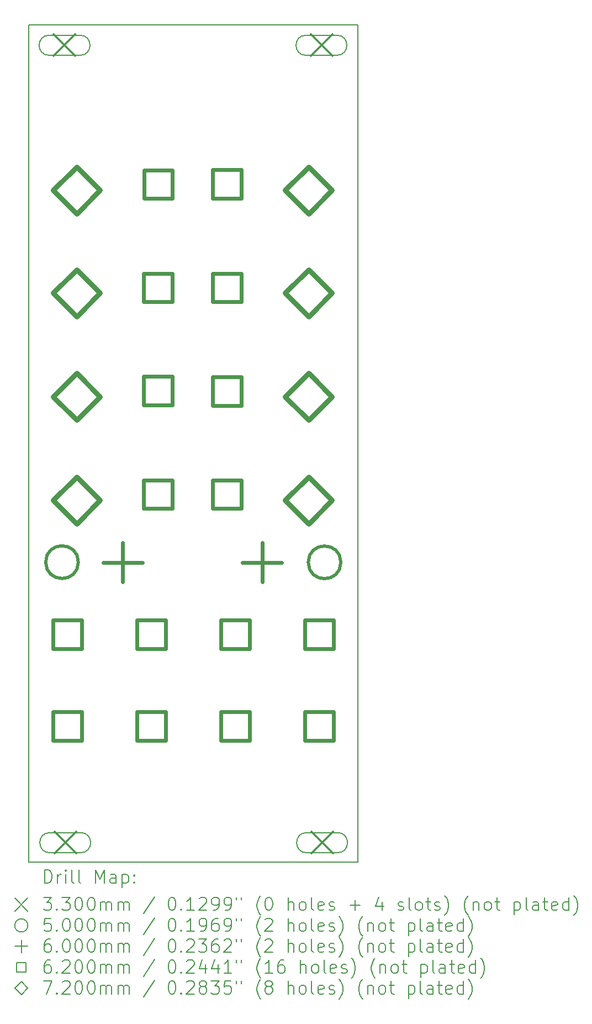
<source format=gbr>
%FSLAX45Y45*%
G04 Gerber Fmt 4.5, Leading zero omitted, Abs format (unit mm)*
G04 Created by KiCad (PCBNEW (6.0.0-0)) date 2022-09-18 02:58:43*
%MOMM*%
%LPD*%
G01*
G04 APERTURE LIST*
%TA.AperFunction,Profile*%
%ADD10C,0.200000*%
%TD*%
%ADD11C,0.200000*%
%ADD12C,0.330000*%
%ADD13C,0.500000*%
%ADD14C,0.600000*%
%ADD15C,0.620000*%
%ADD16C,0.720000*%
G04 APERTURE END LIST*
D10*
X13995400Y-25016000D02*
X19045400Y-25016000D01*
X19045400Y-25016000D02*
X19045400Y-37846000D01*
X19045400Y-37846000D02*
X13995400Y-37846000D01*
X13995400Y-37846000D02*
X13995400Y-25016000D01*
D11*
D12*
X14384280Y-25166000D02*
X14714280Y-25496000D01*
X14714280Y-25166000D02*
X14384280Y-25496000D01*
D11*
X14314280Y-25486000D02*
X14784280Y-25486000D01*
X14314280Y-25176000D02*
X14784280Y-25176000D01*
X14784280Y-25486000D02*
G75*
G03*
X14784280Y-25176000I0J155000D01*
G01*
X14314280Y-25176000D02*
G75*
G03*
X14314280Y-25486000I0J-155000D01*
G01*
D12*
X14394280Y-37383140D02*
X14724280Y-37713140D01*
X14724280Y-37383140D02*
X14394280Y-37713140D01*
D11*
X14324280Y-37703140D02*
X14794280Y-37703140D01*
X14324280Y-37393140D02*
X14794280Y-37393140D01*
X14794280Y-37703140D02*
G75*
G03*
X14794280Y-37393140I0J155000D01*
G01*
X14324280Y-37393140D02*
G75*
G03*
X14324280Y-37703140I0J-155000D01*
G01*
D12*
X18321900Y-25166000D02*
X18651900Y-25496000D01*
X18651900Y-25166000D02*
X18321900Y-25496000D01*
D11*
X18251900Y-25486000D02*
X18721900Y-25486000D01*
X18251900Y-25176000D02*
X18721900Y-25176000D01*
X18721900Y-25486000D02*
G75*
G03*
X18721900Y-25176000I0J155000D01*
G01*
X18251900Y-25176000D02*
G75*
G03*
X18251900Y-25486000I0J-155000D01*
G01*
D12*
X18331900Y-37383140D02*
X18661900Y-37713140D01*
X18661900Y-37383140D02*
X18331900Y-37713140D01*
D11*
X18261900Y-37703140D02*
X18731900Y-37703140D01*
X18261900Y-37393140D02*
X18731900Y-37393140D01*
X18731900Y-37703140D02*
G75*
G03*
X18731900Y-37393140I0J155000D01*
G01*
X18261900Y-37393140D02*
G75*
G03*
X18261900Y-37703140I0J-155000D01*
G01*
D13*
X14760000Y-33250000D02*
G75*
G03*
X14760000Y-33250000I-250000J0D01*
G01*
X18785000Y-33253000D02*
G75*
G03*
X18785000Y-33253000I-250000J0D01*
G01*
D14*
X15440000Y-32953000D02*
X15440000Y-33553000D01*
X15140000Y-33253000D02*
X15740000Y-33253000D01*
X17580000Y-32953000D02*
X17580000Y-33553000D01*
X17280000Y-33253000D02*
X17880000Y-33253000D01*
D15*
X14811505Y-34577105D02*
X14811505Y-34138695D01*
X14373095Y-34138695D01*
X14373095Y-34577105D01*
X14811505Y-34577105D01*
X14811505Y-35984265D02*
X14811505Y-35545855D01*
X14373095Y-35545855D01*
X14373095Y-35984265D01*
X14811505Y-35984265D01*
X16096745Y-34577105D02*
X16096745Y-34138695D01*
X15658335Y-34138695D01*
X15658335Y-34577105D01*
X16096745Y-34577105D01*
X16099285Y-35984265D02*
X16099285Y-35545855D01*
X15660875Y-35545855D01*
X15660875Y-35984265D01*
X16099285Y-35984265D01*
X16200538Y-30845845D02*
X16200538Y-30407435D01*
X15762128Y-30407435D01*
X15762128Y-30845845D01*
X16200538Y-30845845D01*
X16200885Y-29263425D02*
X16200885Y-28825015D01*
X15762475Y-28825015D01*
X15762475Y-29263425D01*
X16200885Y-29263425D01*
X16200885Y-32430805D02*
X16200885Y-31992395D01*
X15762475Y-31992395D01*
X15762475Y-32430805D01*
X16200885Y-32430805D01*
X16203425Y-27681005D02*
X16203425Y-27242595D01*
X15765015Y-27242595D01*
X15765015Y-27681005D01*
X16203425Y-27681005D01*
X17257525Y-27678465D02*
X17257525Y-27240055D01*
X16819115Y-27240055D01*
X16819115Y-27678465D01*
X17257525Y-27678465D01*
X17257525Y-29263425D02*
X17257525Y-28825015D01*
X16819115Y-28825015D01*
X16819115Y-29263425D01*
X17257525Y-29263425D01*
X17257525Y-30848385D02*
X17257525Y-30409975D01*
X16819115Y-30409975D01*
X16819115Y-30848385D01*
X17257525Y-30848385D01*
X17257525Y-32430805D02*
X17257525Y-31992395D01*
X16819115Y-31992395D01*
X16819115Y-32430805D01*
X17257525Y-32430805D01*
X17384525Y-34577105D02*
X17384525Y-34138695D01*
X16946115Y-34138695D01*
X16946115Y-34577105D01*
X17384525Y-34577105D01*
X17384525Y-35984265D02*
X17384525Y-35545855D01*
X16946115Y-35545855D01*
X16946115Y-35984265D01*
X17384525Y-35984265D01*
X18669765Y-34577105D02*
X18669765Y-34138695D01*
X18231355Y-34138695D01*
X18231355Y-34577105D01*
X18669765Y-34577105D01*
X18669765Y-35984265D02*
X18669765Y-35545855D01*
X18231355Y-35545855D01*
X18231355Y-35984265D01*
X18669765Y-35984265D01*
D16*
X14732000Y-27911400D02*
X15092000Y-27551400D01*
X14732000Y-27191400D01*
X14372000Y-27551400D01*
X14732000Y-27911400D01*
X14732000Y-29486200D02*
X15092000Y-29126200D01*
X14732000Y-28766200D01*
X14372000Y-29126200D01*
X14732000Y-29486200D01*
X14732000Y-31073700D02*
X15092000Y-30713700D01*
X14732000Y-30353700D01*
X14372000Y-30713700D01*
X14732000Y-31073700D01*
X14732000Y-32661200D02*
X15092000Y-32301200D01*
X14732000Y-31941200D01*
X14372000Y-32301200D01*
X14732000Y-32661200D01*
X18288000Y-27910700D02*
X18648000Y-27550700D01*
X18288000Y-27190700D01*
X17928000Y-27550700D01*
X18288000Y-27910700D01*
X18288000Y-29485500D02*
X18648000Y-29125500D01*
X18288000Y-28765500D01*
X17928000Y-29125500D01*
X18288000Y-29485500D01*
X18288000Y-31073000D02*
X18648000Y-30713000D01*
X18288000Y-30353000D01*
X17928000Y-30713000D01*
X18288000Y-31073000D01*
X18288000Y-32660500D02*
X18648000Y-32300500D01*
X18288000Y-31940500D01*
X17928000Y-32300500D01*
X18288000Y-32660500D01*
D11*
X14243019Y-38166476D02*
X14243019Y-37966476D01*
X14290638Y-37966476D01*
X14319209Y-37976000D01*
X14338257Y-37995048D01*
X14347781Y-38014095D01*
X14357305Y-38052190D01*
X14357305Y-38080762D01*
X14347781Y-38118857D01*
X14338257Y-38137905D01*
X14319209Y-38156952D01*
X14290638Y-38166476D01*
X14243019Y-38166476D01*
X14443019Y-38166476D02*
X14443019Y-38033143D01*
X14443019Y-38071238D02*
X14452543Y-38052190D01*
X14462067Y-38042667D01*
X14481114Y-38033143D01*
X14500162Y-38033143D01*
X14566828Y-38166476D02*
X14566828Y-38033143D01*
X14566828Y-37966476D02*
X14557305Y-37976000D01*
X14566828Y-37985524D01*
X14576352Y-37976000D01*
X14566828Y-37966476D01*
X14566828Y-37985524D01*
X14690638Y-38166476D02*
X14671590Y-38156952D01*
X14662067Y-38137905D01*
X14662067Y-37966476D01*
X14795400Y-38166476D02*
X14776352Y-38156952D01*
X14766828Y-38137905D01*
X14766828Y-37966476D01*
X15023971Y-38166476D02*
X15023971Y-37966476D01*
X15090638Y-38109333D01*
X15157305Y-37966476D01*
X15157305Y-38166476D01*
X15338257Y-38166476D02*
X15338257Y-38061714D01*
X15328733Y-38042667D01*
X15309686Y-38033143D01*
X15271590Y-38033143D01*
X15252543Y-38042667D01*
X15338257Y-38156952D02*
X15319209Y-38166476D01*
X15271590Y-38166476D01*
X15252543Y-38156952D01*
X15243019Y-38137905D01*
X15243019Y-38118857D01*
X15252543Y-38099810D01*
X15271590Y-38090286D01*
X15319209Y-38090286D01*
X15338257Y-38080762D01*
X15433495Y-38033143D02*
X15433495Y-38233143D01*
X15433495Y-38042667D02*
X15452543Y-38033143D01*
X15490638Y-38033143D01*
X15509686Y-38042667D01*
X15519209Y-38052190D01*
X15528733Y-38071238D01*
X15528733Y-38128381D01*
X15519209Y-38147429D01*
X15509686Y-38156952D01*
X15490638Y-38166476D01*
X15452543Y-38166476D01*
X15433495Y-38156952D01*
X15614448Y-38147429D02*
X15623971Y-38156952D01*
X15614448Y-38166476D01*
X15604924Y-38156952D01*
X15614448Y-38147429D01*
X15614448Y-38166476D01*
X15614448Y-38042667D02*
X15623971Y-38052190D01*
X15614448Y-38061714D01*
X15604924Y-38052190D01*
X15614448Y-38042667D01*
X15614448Y-38061714D01*
X13785400Y-38396000D02*
X13985400Y-38596000D01*
X13985400Y-38396000D02*
X13785400Y-38596000D01*
X14223971Y-38386476D02*
X14347781Y-38386476D01*
X14281114Y-38462667D01*
X14309686Y-38462667D01*
X14328733Y-38472190D01*
X14338257Y-38481714D01*
X14347781Y-38500762D01*
X14347781Y-38548381D01*
X14338257Y-38567429D01*
X14328733Y-38576952D01*
X14309686Y-38586476D01*
X14252543Y-38586476D01*
X14233495Y-38576952D01*
X14223971Y-38567429D01*
X14433495Y-38567429D02*
X14443019Y-38576952D01*
X14433495Y-38586476D01*
X14423971Y-38576952D01*
X14433495Y-38567429D01*
X14433495Y-38586476D01*
X14509686Y-38386476D02*
X14633495Y-38386476D01*
X14566828Y-38462667D01*
X14595400Y-38462667D01*
X14614448Y-38472190D01*
X14623971Y-38481714D01*
X14633495Y-38500762D01*
X14633495Y-38548381D01*
X14623971Y-38567429D01*
X14614448Y-38576952D01*
X14595400Y-38586476D01*
X14538257Y-38586476D01*
X14519209Y-38576952D01*
X14509686Y-38567429D01*
X14757305Y-38386476D02*
X14776352Y-38386476D01*
X14795400Y-38396000D01*
X14804924Y-38405524D01*
X14814448Y-38424571D01*
X14823971Y-38462667D01*
X14823971Y-38510286D01*
X14814448Y-38548381D01*
X14804924Y-38567429D01*
X14795400Y-38576952D01*
X14776352Y-38586476D01*
X14757305Y-38586476D01*
X14738257Y-38576952D01*
X14728733Y-38567429D01*
X14719209Y-38548381D01*
X14709686Y-38510286D01*
X14709686Y-38462667D01*
X14719209Y-38424571D01*
X14728733Y-38405524D01*
X14738257Y-38396000D01*
X14757305Y-38386476D01*
X14947781Y-38386476D02*
X14966828Y-38386476D01*
X14985876Y-38396000D01*
X14995400Y-38405524D01*
X15004924Y-38424571D01*
X15014448Y-38462667D01*
X15014448Y-38510286D01*
X15004924Y-38548381D01*
X14995400Y-38567429D01*
X14985876Y-38576952D01*
X14966828Y-38586476D01*
X14947781Y-38586476D01*
X14928733Y-38576952D01*
X14919209Y-38567429D01*
X14909686Y-38548381D01*
X14900162Y-38510286D01*
X14900162Y-38462667D01*
X14909686Y-38424571D01*
X14919209Y-38405524D01*
X14928733Y-38396000D01*
X14947781Y-38386476D01*
X15100162Y-38586476D02*
X15100162Y-38453143D01*
X15100162Y-38472190D02*
X15109686Y-38462667D01*
X15128733Y-38453143D01*
X15157305Y-38453143D01*
X15176352Y-38462667D01*
X15185876Y-38481714D01*
X15185876Y-38586476D01*
X15185876Y-38481714D02*
X15195400Y-38462667D01*
X15214448Y-38453143D01*
X15243019Y-38453143D01*
X15262067Y-38462667D01*
X15271590Y-38481714D01*
X15271590Y-38586476D01*
X15366828Y-38586476D02*
X15366828Y-38453143D01*
X15366828Y-38472190D02*
X15376352Y-38462667D01*
X15395400Y-38453143D01*
X15423971Y-38453143D01*
X15443019Y-38462667D01*
X15452543Y-38481714D01*
X15452543Y-38586476D01*
X15452543Y-38481714D02*
X15462067Y-38462667D01*
X15481114Y-38453143D01*
X15509686Y-38453143D01*
X15528733Y-38462667D01*
X15538257Y-38481714D01*
X15538257Y-38586476D01*
X15928733Y-38376952D02*
X15757305Y-38634095D01*
X16185876Y-38386476D02*
X16204924Y-38386476D01*
X16223971Y-38396000D01*
X16233495Y-38405524D01*
X16243019Y-38424571D01*
X16252543Y-38462667D01*
X16252543Y-38510286D01*
X16243019Y-38548381D01*
X16233495Y-38567429D01*
X16223971Y-38576952D01*
X16204924Y-38586476D01*
X16185876Y-38586476D01*
X16166828Y-38576952D01*
X16157305Y-38567429D01*
X16147781Y-38548381D01*
X16138257Y-38510286D01*
X16138257Y-38462667D01*
X16147781Y-38424571D01*
X16157305Y-38405524D01*
X16166828Y-38396000D01*
X16185876Y-38386476D01*
X16338257Y-38567429D02*
X16347781Y-38576952D01*
X16338257Y-38586476D01*
X16328733Y-38576952D01*
X16338257Y-38567429D01*
X16338257Y-38586476D01*
X16538257Y-38586476D02*
X16423971Y-38586476D01*
X16481114Y-38586476D02*
X16481114Y-38386476D01*
X16462067Y-38415048D01*
X16443019Y-38434095D01*
X16423971Y-38443619D01*
X16614448Y-38405524D02*
X16623971Y-38396000D01*
X16643019Y-38386476D01*
X16690638Y-38386476D01*
X16709686Y-38396000D01*
X16719209Y-38405524D01*
X16728733Y-38424571D01*
X16728733Y-38443619D01*
X16719209Y-38472190D01*
X16604924Y-38586476D01*
X16728733Y-38586476D01*
X16823971Y-38586476D02*
X16862067Y-38586476D01*
X16881114Y-38576952D01*
X16890638Y-38567429D01*
X16909686Y-38538857D01*
X16919210Y-38500762D01*
X16919210Y-38424571D01*
X16909686Y-38405524D01*
X16900162Y-38396000D01*
X16881114Y-38386476D01*
X16843019Y-38386476D01*
X16823971Y-38396000D01*
X16814448Y-38405524D01*
X16804924Y-38424571D01*
X16804924Y-38472190D01*
X16814448Y-38491238D01*
X16823971Y-38500762D01*
X16843019Y-38510286D01*
X16881114Y-38510286D01*
X16900162Y-38500762D01*
X16909686Y-38491238D01*
X16919210Y-38472190D01*
X17014448Y-38586476D02*
X17052543Y-38586476D01*
X17071590Y-38576952D01*
X17081114Y-38567429D01*
X17100162Y-38538857D01*
X17109686Y-38500762D01*
X17109686Y-38424571D01*
X17100162Y-38405524D01*
X17090638Y-38396000D01*
X17071590Y-38386476D01*
X17033495Y-38386476D01*
X17014448Y-38396000D01*
X17004924Y-38405524D01*
X16995400Y-38424571D01*
X16995400Y-38472190D01*
X17004924Y-38491238D01*
X17014448Y-38500762D01*
X17033495Y-38510286D01*
X17071590Y-38510286D01*
X17090638Y-38500762D01*
X17100162Y-38491238D01*
X17109686Y-38472190D01*
X17185876Y-38386476D02*
X17185876Y-38424571D01*
X17262067Y-38386476D02*
X17262067Y-38424571D01*
X17557305Y-38662667D02*
X17547781Y-38653143D01*
X17528733Y-38624571D01*
X17519210Y-38605524D01*
X17509686Y-38576952D01*
X17500162Y-38529333D01*
X17500162Y-38491238D01*
X17509686Y-38443619D01*
X17519210Y-38415048D01*
X17528733Y-38396000D01*
X17547781Y-38367429D01*
X17557305Y-38357905D01*
X17671590Y-38386476D02*
X17690638Y-38386476D01*
X17709686Y-38396000D01*
X17719210Y-38405524D01*
X17728733Y-38424571D01*
X17738257Y-38462667D01*
X17738257Y-38510286D01*
X17728733Y-38548381D01*
X17719210Y-38567429D01*
X17709686Y-38576952D01*
X17690638Y-38586476D01*
X17671590Y-38586476D01*
X17652543Y-38576952D01*
X17643019Y-38567429D01*
X17633495Y-38548381D01*
X17623971Y-38510286D01*
X17623971Y-38462667D01*
X17633495Y-38424571D01*
X17643019Y-38405524D01*
X17652543Y-38396000D01*
X17671590Y-38386476D01*
X17976352Y-38586476D02*
X17976352Y-38386476D01*
X18062067Y-38586476D02*
X18062067Y-38481714D01*
X18052543Y-38462667D01*
X18033495Y-38453143D01*
X18004924Y-38453143D01*
X17985876Y-38462667D01*
X17976352Y-38472190D01*
X18185876Y-38586476D02*
X18166829Y-38576952D01*
X18157305Y-38567429D01*
X18147781Y-38548381D01*
X18147781Y-38491238D01*
X18157305Y-38472190D01*
X18166829Y-38462667D01*
X18185876Y-38453143D01*
X18214448Y-38453143D01*
X18233495Y-38462667D01*
X18243019Y-38472190D01*
X18252543Y-38491238D01*
X18252543Y-38548381D01*
X18243019Y-38567429D01*
X18233495Y-38576952D01*
X18214448Y-38586476D01*
X18185876Y-38586476D01*
X18366829Y-38586476D02*
X18347781Y-38576952D01*
X18338257Y-38557905D01*
X18338257Y-38386476D01*
X18519210Y-38576952D02*
X18500162Y-38586476D01*
X18462067Y-38586476D01*
X18443019Y-38576952D01*
X18433495Y-38557905D01*
X18433495Y-38481714D01*
X18443019Y-38462667D01*
X18462067Y-38453143D01*
X18500162Y-38453143D01*
X18519210Y-38462667D01*
X18528733Y-38481714D01*
X18528733Y-38500762D01*
X18433495Y-38519810D01*
X18604924Y-38576952D02*
X18623971Y-38586476D01*
X18662067Y-38586476D01*
X18681114Y-38576952D01*
X18690638Y-38557905D01*
X18690638Y-38548381D01*
X18681114Y-38529333D01*
X18662067Y-38519810D01*
X18633495Y-38519810D01*
X18614448Y-38510286D01*
X18604924Y-38491238D01*
X18604924Y-38481714D01*
X18614448Y-38462667D01*
X18633495Y-38453143D01*
X18662067Y-38453143D01*
X18681114Y-38462667D01*
X18928733Y-38510286D02*
X19081114Y-38510286D01*
X19004924Y-38586476D02*
X19004924Y-38434095D01*
X19414448Y-38453143D02*
X19414448Y-38586476D01*
X19366829Y-38376952D02*
X19319210Y-38519810D01*
X19443019Y-38519810D01*
X19662067Y-38576952D02*
X19681114Y-38586476D01*
X19719210Y-38586476D01*
X19738257Y-38576952D01*
X19747781Y-38557905D01*
X19747781Y-38548381D01*
X19738257Y-38529333D01*
X19719210Y-38519810D01*
X19690638Y-38519810D01*
X19671590Y-38510286D01*
X19662067Y-38491238D01*
X19662067Y-38481714D01*
X19671590Y-38462667D01*
X19690638Y-38453143D01*
X19719210Y-38453143D01*
X19738257Y-38462667D01*
X19862067Y-38586476D02*
X19843019Y-38576952D01*
X19833495Y-38557905D01*
X19833495Y-38386476D01*
X19966829Y-38586476D02*
X19947781Y-38576952D01*
X19938257Y-38567429D01*
X19928733Y-38548381D01*
X19928733Y-38491238D01*
X19938257Y-38472190D01*
X19947781Y-38462667D01*
X19966829Y-38453143D01*
X19995400Y-38453143D01*
X20014448Y-38462667D01*
X20023971Y-38472190D01*
X20033495Y-38491238D01*
X20033495Y-38548381D01*
X20023971Y-38567429D01*
X20014448Y-38576952D01*
X19995400Y-38586476D01*
X19966829Y-38586476D01*
X20090638Y-38453143D02*
X20166829Y-38453143D01*
X20119210Y-38386476D02*
X20119210Y-38557905D01*
X20128733Y-38576952D01*
X20147781Y-38586476D01*
X20166829Y-38586476D01*
X20223971Y-38576952D02*
X20243019Y-38586476D01*
X20281114Y-38586476D01*
X20300162Y-38576952D01*
X20309686Y-38557905D01*
X20309686Y-38548381D01*
X20300162Y-38529333D01*
X20281114Y-38519810D01*
X20252543Y-38519810D01*
X20233495Y-38510286D01*
X20223971Y-38491238D01*
X20223971Y-38481714D01*
X20233495Y-38462667D01*
X20252543Y-38453143D01*
X20281114Y-38453143D01*
X20300162Y-38462667D01*
X20376352Y-38662667D02*
X20385876Y-38653143D01*
X20404924Y-38624571D01*
X20414448Y-38605524D01*
X20423971Y-38576952D01*
X20433495Y-38529333D01*
X20433495Y-38491238D01*
X20423971Y-38443619D01*
X20414448Y-38415048D01*
X20404924Y-38396000D01*
X20385876Y-38367429D01*
X20376352Y-38357905D01*
X20738257Y-38662667D02*
X20728733Y-38653143D01*
X20709686Y-38624571D01*
X20700162Y-38605524D01*
X20690638Y-38576952D01*
X20681114Y-38529333D01*
X20681114Y-38491238D01*
X20690638Y-38443619D01*
X20700162Y-38415048D01*
X20709686Y-38396000D01*
X20728733Y-38367429D01*
X20738257Y-38357905D01*
X20814448Y-38453143D02*
X20814448Y-38586476D01*
X20814448Y-38472190D02*
X20823971Y-38462667D01*
X20843019Y-38453143D01*
X20871590Y-38453143D01*
X20890638Y-38462667D01*
X20900162Y-38481714D01*
X20900162Y-38586476D01*
X21023971Y-38586476D02*
X21004924Y-38576952D01*
X20995400Y-38567429D01*
X20985876Y-38548381D01*
X20985876Y-38491238D01*
X20995400Y-38472190D01*
X21004924Y-38462667D01*
X21023971Y-38453143D01*
X21052543Y-38453143D01*
X21071590Y-38462667D01*
X21081114Y-38472190D01*
X21090638Y-38491238D01*
X21090638Y-38548381D01*
X21081114Y-38567429D01*
X21071590Y-38576952D01*
X21052543Y-38586476D01*
X21023971Y-38586476D01*
X21147781Y-38453143D02*
X21223971Y-38453143D01*
X21176352Y-38386476D02*
X21176352Y-38557905D01*
X21185876Y-38576952D01*
X21204924Y-38586476D01*
X21223971Y-38586476D01*
X21443019Y-38453143D02*
X21443019Y-38653143D01*
X21443019Y-38462667D02*
X21462067Y-38453143D01*
X21500162Y-38453143D01*
X21519210Y-38462667D01*
X21528733Y-38472190D01*
X21538257Y-38491238D01*
X21538257Y-38548381D01*
X21528733Y-38567429D01*
X21519210Y-38576952D01*
X21500162Y-38586476D01*
X21462067Y-38586476D01*
X21443019Y-38576952D01*
X21652543Y-38586476D02*
X21633495Y-38576952D01*
X21623971Y-38557905D01*
X21623971Y-38386476D01*
X21814448Y-38586476D02*
X21814448Y-38481714D01*
X21804924Y-38462667D01*
X21785876Y-38453143D01*
X21747781Y-38453143D01*
X21728733Y-38462667D01*
X21814448Y-38576952D02*
X21795400Y-38586476D01*
X21747781Y-38586476D01*
X21728733Y-38576952D01*
X21719210Y-38557905D01*
X21719210Y-38538857D01*
X21728733Y-38519810D01*
X21747781Y-38510286D01*
X21795400Y-38510286D01*
X21814448Y-38500762D01*
X21881114Y-38453143D02*
X21957305Y-38453143D01*
X21909686Y-38386476D02*
X21909686Y-38557905D01*
X21919210Y-38576952D01*
X21938257Y-38586476D01*
X21957305Y-38586476D01*
X22100162Y-38576952D02*
X22081114Y-38586476D01*
X22043019Y-38586476D01*
X22023971Y-38576952D01*
X22014448Y-38557905D01*
X22014448Y-38481714D01*
X22023971Y-38462667D01*
X22043019Y-38453143D01*
X22081114Y-38453143D01*
X22100162Y-38462667D01*
X22109686Y-38481714D01*
X22109686Y-38500762D01*
X22014448Y-38519810D01*
X22281114Y-38586476D02*
X22281114Y-38386476D01*
X22281114Y-38576952D02*
X22262067Y-38586476D01*
X22223971Y-38586476D01*
X22204924Y-38576952D01*
X22195400Y-38567429D01*
X22185876Y-38548381D01*
X22185876Y-38491238D01*
X22195400Y-38472190D01*
X22204924Y-38462667D01*
X22223971Y-38453143D01*
X22262067Y-38453143D01*
X22281114Y-38462667D01*
X22357305Y-38662667D02*
X22366829Y-38653143D01*
X22385876Y-38624571D01*
X22395400Y-38605524D01*
X22404924Y-38576952D01*
X22414448Y-38529333D01*
X22414448Y-38491238D01*
X22404924Y-38443619D01*
X22395400Y-38415048D01*
X22385876Y-38396000D01*
X22366829Y-38367429D01*
X22357305Y-38357905D01*
X13985400Y-38816000D02*
G75*
G03*
X13985400Y-38816000I-100000J0D01*
G01*
X14338257Y-38706476D02*
X14243019Y-38706476D01*
X14233495Y-38801714D01*
X14243019Y-38792190D01*
X14262067Y-38782667D01*
X14309686Y-38782667D01*
X14328733Y-38792190D01*
X14338257Y-38801714D01*
X14347781Y-38820762D01*
X14347781Y-38868381D01*
X14338257Y-38887429D01*
X14328733Y-38896952D01*
X14309686Y-38906476D01*
X14262067Y-38906476D01*
X14243019Y-38896952D01*
X14233495Y-38887429D01*
X14433495Y-38887429D02*
X14443019Y-38896952D01*
X14433495Y-38906476D01*
X14423971Y-38896952D01*
X14433495Y-38887429D01*
X14433495Y-38906476D01*
X14566828Y-38706476D02*
X14585876Y-38706476D01*
X14604924Y-38716000D01*
X14614448Y-38725524D01*
X14623971Y-38744571D01*
X14633495Y-38782667D01*
X14633495Y-38830286D01*
X14623971Y-38868381D01*
X14614448Y-38887429D01*
X14604924Y-38896952D01*
X14585876Y-38906476D01*
X14566828Y-38906476D01*
X14547781Y-38896952D01*
X14538257Y-38887429D01*
X14528733Y-38868381D01*
X14519209Y-38830286D01*
X14519209Y-38782667D01*
X14528733Y-38744571D01*
X14538257Y-38725524D01*
X14547781Y-38716000D01*
X14566828Y-38706476D01*
X14757305Y-38706476D02*
X14776352Y-38706476D01*
X14795400Y-38716000D01*
X14804924Y-38725524D01*
X14814448Y-38744571D01*
X14823971Y-38782667D01*
X14823971Y-38830286D01*
X14814448Y-38868381D01*
X14804924Y-38887429D01*
X14795400Y-38896952D01*
X14776352Y-38906476D01*
X14757305Y-38906476D01*
X14738257Y-38896952D01*
X14728733Y-38887429D01*
X14719209Y-38868381D01*
X14709686Y-38830286D01*
X14709686Y-38782667D01*
X14719209Y-38744571D01*
X14728733Y-38725524D01*
X14738257Y-38716000D01*
X14757305Y-38706476D01*
X14947781Y-38706476D02*
X14966828Y-38706476D01*
X14985876Y-38716000D01*
X14995400Y-38725524D01*
X15004924Y-38744571D01*
X15014448Y-38782667D01*
X15014448Y-38830286D01*
X15004924Y-38868381D01*
X14995400Y-38887429D01*
X14985876Y-38896952D01*
X14966828Y-38906476D01*
X14947781Y-38906476D01*
X14928733Y-38896952D01*
X14919209Y-38887429D01*
X14909686Y-38868381D01*
X14900162Y-38830286D01*
X14900162Y-38782667D01*
X14909686Y-38744571D01*
X14919209Y-38725524D01*
X14928733Y-38716000D01*
X14947781Y-38706476D01*
X15100162Y-38906476D02*
X15100162Y-38773143D01*
X15100162Y-38792190D02*
X15109686Y-38782667D01*
X15128733Y-38773143D01*
X15157305Y-38773143D01*
X15176352Y-38782667D01*
X15185876Y-38801714D01*
X15185876Y-38906476D01*
X15185876Y-38801714D02*
X15195400Y-38782667D01*
X15214448Y-38773143D01*
X15243019Y-38773143D01*
X15262067Y-38782667D01*
X15271590Y-38801714D01*
X15271590Y-38906476D01*
X15366828Y-38906476D02*
X15366828Y-38773143D01*
X15366828Y-38792190D02*
X15376352Y-38782667D01*
X15395400Y-38773143D01*
X15423971Y-38773143D01*
X15443019Y-38782667D01*
X15452543Y-38801714D01*
X15452543Y-38906476D01*
X15452543Y-38801714D02*
X15462067Y-38782667D01*
X15481114Y-38773143D01*
X15509686Y-38773143D01*
X15528733Y-38782667D01*
X15538257Y-38801714D01*
X15538257Y-38906476D01*
X15928733Y-38696952D02*
X15757305Y-38954095D01*
X16185876Y-38706476D02*
X16204924Y-38706476D01*
X16223971Y-38716000D01*
X16233495Y-38725524D01*
X16243019Y-38744571D01*
X16252543Y-38782667D01*
X16252543Y-38830286D01*
X16243019Y-38868381D01*
X16233495Y-38887429D01*
X16223971Y-38896952D01*
X16204924Y-38906476D01*
X16185876Y-38906476D01*
X16166828Y-38896952D01*
X16157305Y-38887429D01*
X16147781Y-38868381D01*
X16138257Y-38830286D01*
X16138257Y-38782667D01*
X16147781Y-38744571D01*
X16157305Y-38725524D01*
X16166828Y-38716000D01*
X16185876Y-38706476D01*
X16338257Y-38887429D02*
X16347781Y-38896952D01*
X16338257Y-38906476D01*
X16328733Y-38896952D01*
X16338257Y-38887429D01*
X16338257Y-38906476D01*
X16538257Y-38906476D02*
X16423971Y-38906476D01*
X16481114Y-38906476D02*
X16481114Y-38706476D01*
X16462067Y-38735048D01*
X16443019Y-38754095D01*
X16423971Y-38763619D01*
X16633495Y-38906476D02*
X16671590Y-38906476D01*
X16690638Y-38896952D01*
X16700162Y-38887429D01*
X16719209Y-38858857D01*
X16728733Y-38820762D01*
X16728733Y-38744571D01*
X16719209Y-38725524D01*
X16709686Y-38716000D01*
X16690638Y-38706476D01*
X16652543Y-38706476D01*
X16633495Y-38716000D01*
X16623971Y-38725524D01*
X16614448Y-38744571D01*
X16614448Y-38792190D01*
X16623971Y-38811238D01*
X16633495Y-38820762D01*
X16652543Y-38830286D01*
X16690638Y-38830286D01*
X16709686Y-38820762D01*
X16719209Y-38811238D01*
X16728733Y-38792190D01*
X16900162Y-38706476D02*
X16862067Y-38706476D01*
X16843019Y-38716000D01*
X16833495Y-38725524D01*
X16814448Y-38754095D01*
X16804924Y-38792190D01*
X16804924Y-38868381D01*
X16814448Y-38887429D01*
X16823971Y-38896952D01*
X16843019Y-38906476D01*
X16881114Y-38906476D01*
X16900162Y-38896952D01*
X16909686Y-38887429D01*
X16919210Y-38868381D01*
X16919210Y-38820762D01*
X16909686Y-38801714D01*
X16900162Y-38792190D01*
X16881114Y-38782667D01*
X16843019Y-38782667D01*
X16823971Y-38792190D01*
X16814448Y-38801714D01*
X16804924Y-38820762D01*
X17014448Y-38906476D02*
X17052543Y-38906476D01*
X17071590Y-38896952D01*
X17081114Y-38887429D01*
X17100162Y-38858857D01*
X17109686Y-38820762D01*
X17109686Y-38744571D01*
X17100162Y-38725524D01*
X17090638Y-38716000D01*
X17071590Y-38706476D01*
X17033495Y-38706476D01*
X17014448Y-38716000D01*
X17004924Y-38725524D01*
X16995400Y-38744571D01*
X16995400Y-38792190D01*
X17004924Y-38811238D01*
X17014448Y-38820762D01*
X17033495Y-38830286D01*
X17071590Y-38830286D01*
X17090638Y-38820762D01*
X17100162Y-38811238D01*
X17109686Y-38792190D01*
X17185876Y-38706476D02*
X17185876Y-38744571D01*
X17262067Y-38706476D02*
X17262067Y-38744571D01*
X17557305Y-38982667D02*
X17547781Y-38973143D01*
X17528733Y-38944571D01*
X17519210Y-38925524D01*
X17509686Y-38896952D01*
X17500162Y-38849333D01*
X17500162Y-38811238D01*
X17509686Y-38763619D01*
X17519210Y-38735048D01*
X17528733Y-38716000D01*
X17547781Y-38687429D01*
X17557305Y-38677905D01*
X17623971Y-38725524D02*
X17633495Y-38716000D01*
X17652543Y-38706476D01*
X17700162Y-38706476D01*
X17719210Y-38716000D01*
X17728733Y-38725524D01*
X17738257Y-38744571D01*
X17738257Y-38763619D01*
X17728733Y-38792190D01*
X17614448Y-38906476D01*
X17738257Y-38906476D01*
X17976352Y-38906476D02*
X17976352Y-38706476D01*
X18062067Y-38906476D02*
X18062067Y-38801714D01*
X18052543Y-38782667D01*
X18033495Y-38773143D01*
X18004924Y-38773143D01*
X17985876Y-38782667D01*
X17976352Y-38792190D01*
X18185876Y-38906476D02*
X18166829Y-38896952D01*
X18157305Y-38887429D01*
X18147781Y-38868381D01*
X18147781Y-38811238D01*
X18157305Y-38792190D01*
X18166829Y-38782667D01*
X18185876Y-38773143D01*
X18214448Y-38773143D01*
X18233495Y-38782667D01*
X18243019Y-38792190D01*
X18252543Y-38811238D01*
X18252543Y-38868381D01*
X18243019Y-38887429D01*
X18233495Y-38896952D01*
X18214448Y-38906476D01*
X18185876Y-38906476D01*
X18366829Y-38906476D02*
X18347781Y-38896952D01*
X18338257Y-38877905D01*
X18338257Y-38706476D01*
X18519210Y-38896952D02*
X18500162Y-38906476D01*
X18462067Y-38906476D01*
X18443019Y-38896952D01*
X18433495Y-38877905D01*
X18433495Y-38801714D01*
X18443019Y-38782667D01*
X18462067Y-38773143D01*
X18500162Y-38773143D01*
X18519210Y-38782667D01*
X18528733Y-38801714D01*
X18528733Y-38820762D01*
X18433495Y-38839810D01*
X18604924Y-38896952D02*
X18623971Y-38906476D01*
X18662067Y-38906476D01*
X18681114Y-38896952D01*
X18690638Y-38877905D01*
X18690638Y-38868381D01*
X18681114Y-38849333D01*
X18662067Y-38839810D01*
X18633495Y-38839810D01*
X18614448Y-38830286D01*
X18604924Y-38811238D01*
X18604924Y-38801714D01*
X18614448Y-38782667D01*
X18633495Y-38773143D01*
X18662067Y-38773143D01*
X18681114Y-38782667D01*
X18757305Y-38982667D02*
X18766829Y-38973143D01*
X18785876Y-38944571D01*
X18795400Y-38925524D01*
X18804924Y-38896952D01*
X18814448Y-38849333D01*
X18814448Y-38811238D01*
X18804924Y-38763619D01*
X18795400Y-38735048D01*
X18785876Y-38716000D01*
X18766829Y-38687429D01*
X18757305Y-38677905D01*
X19119210Y-38982667D02*
X19109686Y-38973143D01*
X19090638Y-38944571D01*
X19081114Y-38925524D01*
X19071590Y-38896952D01*
X19062067Y-38849333D01*
X19062067Y-38811238D01*
X19071590Y-38763619D01*
X19081114Y-38735048D01*
X19090638Y-38716000D01*
X19109686Y-38687429D01*
X19119210Y-38677905D01*
X19195400Y-38773143D02*
X19195400Y-38906476D01*
X19195400Y-38792190D02*
X19204924Y-38782667D01*
X19223971Y-38773143D01*
X19252543Y-38773143D01*
X19271590Y-38782667D01*
X19281114Y-38801714D01*
X19281114Y-38906476D01*
X19404924Y-38906476D02*
X19385876Y-38896952D01*
X19376352Y-38887429D01*
X19366829Y-38868381D01*
X19366829Y-38811238D01*
X19376352Y-38792190D01*
X19385876Y-38782667D01*
X19404924Y-38773143D01*
X19433495Y-38773143D01*
X19452543Y-38782667D01*
X19462067Y-38792190D01*
X19471590Y-38811238D01*
X19471590Y-38868381D01*
X19462067Y-38887429D01*
X19452543Y-38896952D01*
X19433495Y-38906476D01*
X19404924Y-38906476D01*
X19528733Y-38773143D02*
X19604924Y-38773143D01*
X19557305Y-38706476D02*
X19557305Y-38877905D01*
X19566829Y-38896952D01*
X19585876Y-38906476D01*
X19604924Y-38906476D01*
X19823971Y-38773143D02*
X19823971Y-38973143D01*
X19823971Y-38782667D02*
X19843019Y-38773143D01*
X19881114Y-38773143D01*
X19900162Y-38782667D01*
X19909686Y-38792190D01*
X19919210Y-38811238D01*
X19919210Y-38868381D01*
X19909686Y-38887429D01*
X19900162Y-38896952D01*
X19881114Y-38906476D01*
X19843019Y-38906476D01*
X19823971Y-38896952D01*
X20033495Y-38906476D02*
X20014448Y-38896952D01*
X20004924Y-38877905D01*
X20004924Y-38706476D01*
X20195400Y-38906476D02*
X20195400Y-38801714D01*
X20185876Y-38782667D01*
X20166829Y-38773143D01*
X20128733Y-38773143D01*
X20109686Y-38782667D01*
X20195400Y-38896952D02*
X20176352Y-38906476D01*
X20128733Y-38906476D01*
X20109686Y-38896952D01*
X20100162Y-38877905D01*
X20100162Y-38858857D01*
X20109686Y-38839810D01*
X20128733Y-38830286D01*
X20176352Y-38830286D01*
X20195400Y-38820762D01*
X20262067Y-38773143D02*
X20338257Y-38773143D01*
X20290638Y-38706476D02*
X20290638Y-38877905D01*
X20300162Y-38896952D01*
X20319210Y-38906476D01*
X20338257Y-38906476D01*
X20481114Y-38896952D02*
X20462067Y-38906476D01*
X20423971Y-38906476D01*
X20404924Y-38896952D01*
X20395400Y-38877905D01*
X20395400Y-38801714D01*
X20404924Y-38782667D01*
X20423971Y-38773143D01*
X20462067Y-38773143D01*
X20481114Y-38782667D01*
X20490638Y-38801714D01*
X20490638Y-38820762D01*
X20395400Y-38839810D01*
X20662067Y-38906476D02*
X20662067Y-38706476D01*
X20662067Y-38896952D02*
X20643019Y-38906476D01*
X20604924Y-38906476D01*
X20585876Y-38896952D01*
X20576352Y-38887429D01*
X20566829Y-38868381D01*
X20566829Y-38811238D01*
X20576352Y-38792190D01*
X20585876Y-38782667D01*
X20604924Y-38773143D01*
X20643019Y-38773143D01*
X20662067Y-38782667D01*
X20738257Y-38982667D02*
X20747781Y-38973143D01*
X20766829Y-38944571D01*
X20776352Y-38925524D01*
X20785876Y-38896952D01*
X20795400Y-38849333D01*
X20795400Y-38811238D01*
X20785876Y-38763619D01*
X20776352Y-38735048D01*
X20766829Y-38716000D01*
X20747781Y-38687429D01*
X20738257Y-38677905D01*
X13885400Y-39036000D02*
X13885400Y-39236000D01*
X13785400Y-39136000D02*
X13985400Y-39136000D01*
X14328733Y-39026476D02*
X14290638Y-39026476D01*
X14271590Y-39036000D01*
X14262067Y-39045524D01*
X14243019Y-39074095D01*
X14233495Y-39112190D01*
X14233495Y-39188381D01*
X14243019Y-39207429D01*
X14252543Y-39216952D01*
X14271590Y-39226476D01*
X14309686Y-39226476D01*
X14328733Y-39216952D01*
X14338257Y-39207429D01*
X14347781Y-39188381D01*
X14347781Y-39140762D01*
X14338257Y-39121714D01*
X14328733Y-39112190D01*
X14309686Y-39102667D01*
X14271590Y-39102667D01*
X14252543Y-39112190D01*
X14243019Y-39121714D01*
X14233495Y-39140762D01*
X14433495Y-39207429D02*
X14443019Y-39216952D01*
X14433495Y-39226476D01*
X14423971Y-39216952D01*
X14433495Y-39207429D01*
X14433495Y-39226476D01*
X14566828Y-39026476D02*
X14585876Y-39026476D01*
X14604924Y-39036000D01*
X14614448Y-39045524D01*
X14623971Y-39064571D01*
X14633495Y-39102667D01*
X14633495Y-39150286D01*
X14623971Y-39188381D01*
X14614448Y-39207429D01*
X14604924Y-39216952D01*
X14585876Y-39226476D01*
X14566828Y-39226476D01*
X14547781Y-39216952D01*
X14538257Y-39207429D01*
X14528733Y-39188381D01*
X14519209Y-39150286D01*
X14519209Y-39102667D01*
X14528733Y-39064571D01*
X14538257Y-39045524D01*
X14547781Y-39036000D01*
X14566828Y-39026476D01*
X14757305Y-39026476D02*
X14776352Y-39026476D01*
X14795400Y-39036000D01*
X14804924Y-39045524D01*
X14814448Y-39064571D01*
X14823971Y-39102667D01*
X14823971Y-39150286D01*
X14814448Y-39188381D01*
X14804924Y-39207429D01*
X14795400Y-39216952D01*
X14776352Y-39226476D01*
X14757305Y-39226476D01*
X14738257Y-39216952D01*
X14728733Y-39207429D01*
X14719209Y-39188381D01*
X14709686Y-39150286D01*
X14709686Y-39102667D01*
X14719209Y-39064571D01*
X14728733Y-39045524D01*
X14738257Y-39036000D01*
X14757305Y-39026476D01*
X14947781Y-39026476D02*
X14966828Y-39026476D01*
X14985876Y-39036000D01*
X14995400Y-39045524D01*
X15004924Y-39064571D01*
X15014448Y-39102667D01*
X15014448Y-39150286D01*
X15004924Y-39188381D01*
X14995400Y-39207429D01*
X14985876Y-39216952D01*
X14966828Y-39226476D01*
X14947781Y-39226476D01*
X14928733Y-39216952D01*
X14919209Y-39207429D01*
X14909686Y-39188381D01*
X14900162Y-39150286D01*
X14900162Y-39102667D01*
X14909686Y-39064571D01*
X14919209Y-39045524D01*
X14928733Y-39036000D01*
X14947781Y-39026476D01*
X15100162Y-39226476D02*
X15100162Y-39093143D01*
X15100162Y-39112190D02*
X15109686Y-39102667D01*
X15128733Y-39093143D01*
X15157305Y-39093143D01*
X15176352Y-39102667D01*
X15185876Y-39121714D01*
X15185876Y-39226476D01*
X15185876Y-39121714D02*
X15195400Y-39102667D01*
X15214448Y-39093143D01*
X15243019Y-39093143D01*
X15262067Y-39102667D01*
X15271590Y-39121714D01*
X15271590Y-39226476D01*
X15366828Y-39226476D02*
X15366828Y-39093143D01*
X15366828Y-39112190D02*
X15376352Y-39102667D01*
X15395400Y-39093143D01*
X15423971Y-39093143D01*
X15443019Y-39102667D01*
X15452543Y-39121714D01*
X15452543Y-39226476D01*
X15452543Y-39121714D02*
X15462067Y-39102667D01*
X15481114Y-39093143D01*
X15509686Y-39093143D01*
X15528733Y-39102667D01*
X15538257Y-39121714D01*
X15538257Y-39226476D01*
X15928733Y-39016952D02*
X15757305Y-39274095D01*
X16185876Y-39026476D02*
X16204924Y-39026476D01*
X16223971Y-39036000D01*
X16233495Y-39045524D01*
X16243019Y-39064571D01*
X16252543Y-39102667D01*
X16252543Y-39150286D01*
X16243019Y-39188381D01*
X16233495Y-39207429D01*
X16223971Y-39216952D01*
X16204924Y-39226476D01*
X16185876Y-39226476D01*
X16166828Y-39216952D01*
X16157305Y-39207429D01*
X16147781Y-39188381D01*
X16138257Y-39150286D01*
X16138257Y-39102667D01*
X16147781Y-39064571D01*
X16157305Y-39045524D01*
X16166828Y-39036000D01*
X16185876Y-39026476D01*
X16338257Y-39207429D02*
X16347781Y-39216952D01*
X16338257Y-39226476D01*
X16328733Y-39216952D01*
X16338257Y-39207429D01*
X16338257Y-39226476D01*
X16423971Y-39045524D02*
X16433495Y-39036000D01*
X16452543Y-39026476D01*
X16500162Y-39026476D01*
X16519209Y-39036000D01*
X16528733Y-39045524D01*
X16538257Y-39064571D01*
X16538257Y-39083619D01*
X16528733Y-39112190D01*
X16414448Y-39226476D01*
X16538257Y-39226476D01*
X16604924Y-39026476D02*
X16728733Y-39026476D01*
X16662067Y-39102667D01*
X16690638Y-39102667D01*
X16709686Y-39112190D01*
X16719209Y-39121714D01*
X16728733Y-39140762D01*
X16728733Y-39188381D01*
X16719209Y-39207429D01*
X16709686Y-39216952D01*
X16690638Y-39226476D01*
X16633495Y-39226476D01*
X16614448Y-39216952D01*
X16604924Y-39207429D01*
X16900162Y-39026476D02*
X16862067Y-39026476D01*
X16843019Y-39036000D01*
X16833495Y-39045524D01*
X16814448Y-39074095D01*
X16804924Y-39112190D01*
X16804924Y-39188381D01*
X16814448Y-39207429D01*
X16823971Y-39216952D01*
X16843019Y-39226476D01*
X16881114Y-39226476D01*
X16900162Y-39216952D01*
X16909686Y-39207429D01*
X16919210Y-39188381D01*
X16919210Y-39140762D01*
X16909686Y-39121714D01*
X16900162Y-39112190D01*
X16881114Y-39102667D01*
X16843019Y-39102667D01*
X16823971Y-39112190D01*
X16814448Y-39121714D01*
X16804924Y-39140762D01*
X16995400Y-39045524D02*
X17004924Y-39036000D01*
X17023971Y-39026476D01*
X17071590Y-39026476D01*
X17090638Y-39036000D01*
X17100162Y-39045524D01*
X17109686Y-39064571D01*
X17109686Y-39083619D01*
X17100162Y-39112190D01*
X16985876Y-39226476D01*
X17109686Y-39226476D01*
X17185876Y-39026476D02*
X17185876Y-39064571D01*
X17262067Y-39026476D02*
X17262067Y-39064571D01*
X17557305Y-39302667D02*
X17547781Y-39293143D01*
X17528733Y-39264571D01*
X17519210Y-39245524D01*
X17509686Y-39216952D01*
X17500162Y-39169333D01*
X17500162Y-39131238D01*
X17509686Y-39083619D01*
X17519210Y-39055048D01*
X17528733Y-39036000D01*
X17547781Y-39007429D01*
X17557305Y-38997905D01*
X17623971Y-39045524D02*
X17633495Y-39036000D01*
X17652543Y-39026476D01*
X17700162Y-39026476D01*
X17719210Y-39036000D01*
X17728733Y-39045524D01*
X17738257Y-39064571D01*
X17738257Y-39083619D01*
X17728733Y-39112190D01*
X17614448Y-39226476D01*
X17738257Y-39226476D01*
X17976352Y-39226476D02*
X17976352Y-39026476D01*
X18062067Y-39226476D02*
X18062067Y-39121714D01*
X18052543Y-39102667D01*
X18033495Y-39093143D01*
X18004924Y-39093143D01*
X17985876Y-39102667D01*
X17976352Y-39112190D01*
X18185876Y-39226476D02*
X18166829Y-39216952D01*
X18157305Y-39207429D01*
X18147781Y-39188381D01*
X18147781Y-39131238D01*
X18157305Y-39112190D01*
X18166829Y-39102667D01*
X18185876Y-39093143D01*
X18214448Y-39093143D01*
X18233495Y-39102667D01*
X18243019Y-39112190D01*
X18252543Y-39131238D01*
X18252543Y-39188381D01*
X18243019Y-39207429D01*
X18233495Y-39216952D01*
X18214448Y-39226476D01*
X18185876Y-39226476D01*
X18366829Y-39226476D02*
X18347781Y-39216952D01*
X18338257Y-39197905D01*
X18338257Y-39026476D01*
X18519210Y-39216952D02*
X18500162Y-39226476D01*
X18462067Y-39226476D01*
X18443019Y-39216952D01*
X18433495Y-39197905D01*
X18433495Y-39121714D01*
X18443019Y-39102667D01*
X18462067Y-39093143D01*
X18500162Y-39093143D01*
X18519210Y-39102667D01*
X18528733Y-39121714D01*
X18528733Y-39140762D01*
X18433495Y-39159810D01*
X18604924Y-39216952D02*
X18623971Y-39226476D01*
X18662067Y-39226476D01*
X18681114Y-39216952D01*
X18690638Y-39197905D01*
X18690638Y-39188381D01*
X18681114Y-39169333D01*
X18662067Y-39159810D01*
X18633495Y-39159810D01*
X18614448Y-39150286D01*
X18604924Y-39131238D01*
X18604924Y-39121714D01*
X18614448Y-39102667D01*
X18633495Y-39093143D01*
X18662067Y-39093143D01*
X18681114Y-39102667D01*
X18757305Y-39302667D02*
X18766829Y-39293143D01*
X18785876Y-39264571D01*
X18795400Y-39245524D01*
X18804924Y-39216952D01*
X18814448Y-39169333D01*
X18814448Y-39131238D01*
X18804924Y-39083619D01*
X18795400Y-39055048D01*
X18785876Y-39036000D01*
X18766829Y-39007429D01*
X18757305Y-38997905D01*
X19119210Y-39302667D02*
X19109686Y-39293143D01*
X19090638Y-39264571D01*
X19081114Y-39245524D01*
X19071590Y-39216952D01*
X19062067Y-39169333D01*
X19062067Y-39131238D01*
X19071590Y-39083619D01*
X19081114Y-39055048D01*
X19090638Y-39036000D01*
X19109686Y-39007429D01*
X19119210Y-38997905D01*
X19195400Y-39093143D02*
X19195400Y-39226476D01*
X19195400Y-39112190D02*
X19204924Y-39102667D01*
X19223971Y-39093143D01*
X19252543Y-39093143D01*
X19271590Y-39102667D01*
X19281114Y-39121714D01*
X19281114Y-39226476D01*
X19404924Y-39226476D02*
X19385876Y-39216952D01*
X19376352Y-39207429D01*
X19366829Y-39188381D01*
X19366829Y-39131238D01*
X19376352Y-39112190D01*
X19385876Y-39102667D01*
X19404924Y-39093143D01*
X19433495Y-39093143D01*
X19452543Y-39102667D01*
X19462067Y-39112190D01*
X19471590Y-39131238D01*
X19471590Y-39188381D01*
X19462067Y-39207429D01*
X19452543Y-39216952D01*
X19433495Y-39226476D01*
X19404924Y-39226476D01*
X19528733Y-39093143D02*
X19604924Y-39093143D01*
X19557305Y-39026476D02*
X19557305Y-39197905D01*
X19566829Y-39216952D01*
X19585876Y-39226476D01*
X19604924Y-39226476D01*
X19823971Y-39093143D02*
X19823971Y-39293143D01*
X19823971Y-39102667D02*
X19843019Y-39093143D01*
X19881114Y-39093143D01*
X19900162Y-39102667D01*
X19909686Y-39112190D01*
X19919210Y-39131238D01*
X19919210Y-39188381D01*
X19909686Y-39207429D01*
X19900162Y-39216952D01*
X19881114Y-39226476D01*
X19843019Y-39226476D01*
X19823971Y-39216952D01*
X20033495Y-39226476D02*
X20014448Y-39216952D01*
X20004924Y-39197905D01*
X20004924Y-39026476D01*
X20195400Y-39226476D02*
X20195400Y-39121714D01*
X20185876Y-39102667D01*
X20166829Y-39093143D01*
X20128733Y-39093143D01*
X20109686Y-39102667D01*
X20195400Y-39216952D02*
X20176352Y-39226476D01*
X20128733Y-39226476D01*
X20109686Y-39216952D01*
X20100162Y-39197905D01*
X20100162Y-39178857D01*
X20109686Y-39159810D01*
X20128733Y-39150286D01*
X20176352Y-39150286D01*
X20195400Y-39140762D01*
X20262067Y-39093143D02*
X20338257Y-39093143D01*
X20290638Y-39026476D02*
X20290638Y-39197905D01*
X20300162Y-39216952D01*
X20319210Y-39226476D01*
X20338257Y-39226476D01*
X20481114Y-39216952D02*
X20462067Y-39226476D01*
X20423971Y-39226476D01*
X20404924Y-39216952D01*
X20395400Y-39197905D01*
X20395400Y-39121714D01*
X20404924Y-39102667D01*
X20423971Y-39093143D01*
X20462067Y-39093143D01*
X20481114Y-39102667D01*
X20490638Y-39121714D01*
X20490638Y-39140762D01*
X20395400Y-39159810D01*
X20662067Y-39226476D02*
X20662067Y-39026476D01*
X20662067Y-39216952D02*
X20643019Y-39226476D01*
X20604924Y-39226476D01*
X20585876Y-39216952D01*
X20576352Y-39207429D01*
X20566829Y-39188381D01*
X20566829Y-39131238D01*
X20576352Y-39112190D01*
X20585876Y-39102667D01*
X20604924Y-39093143D01*
X20643019Y-39093143D01*
X20662067Y-39102667D01*
X20738257Y-39302667D02*
X20747781Y-39293143D01*
X20766829Y-39264571D01*
X20776352Y-39245524D01*
X20785876Y-39216952D01*
X20795400Y-39169333D01*
X20795400Y-39131238D01*
X20785876Y-39083619D01*
X20776352Y-39055048D01*
X20766829Y-39036000D01*
X20747781Y-39007429D01*
X20738257Y-38997905D01*
X13956111Y-39526711D02*
X13956111Y-39385289D01*
X13814689Y-39385289D01*
X13814689Y-39526711D01*
X13956111Y-39526711D01*
X14328733Y-39346476D02*
X14290638Y-39346476D01*
X14271590Y-39356000D01*
X14262067Y-39365524D01*
X14243019Y-39394095D01*
X14233495Y-39432190D01*
X14233495Y-39508381D01*
X14243019Y-39527429D01*
X14252543Y-39536952D01*
X14271590Y-39546476D01*
X14309686Y-39546476D01*
X14328733Y-39536952D01*
X14338257Y-39527429D01*
X14347781Y-39508381D01*
X14347781Y-39460762D01*
X14338257Y-39441714D01*
X14328733Y-39432190D01*
X14309686Y-39422667D01*
X14271590Y-39422667D01*
X14252543Y-39432190D01*
X14243019Y-39441714D01*
X14233495Y-39460762D01*
X14433495Y-39527429D02*
X14443019Y-39536952D01*
X14433495Y-39546476D01*
X14423971Y-39536952D01*
X14433495Y-39527429D01*
X14433495Y-39546476D01*
X14519209Y-39365524D02*
X14528733Y-39356000D01*
X14547781Y-39346476D01*
X14595400Y-39346476D01*
X14614448Y-39356000D01*
X14623971Y-39365524D01*
X14633495Y-39384571D01*
X14633495Y-39403619D01*
X14623971Y-39432190D01*
X14509686Y-39546476D01*
X14633495Y-39546476D01*
X14757305Y-39346476D02*
X14776352Y-39346476D01*
X14795400Y-39356000D01*
X14804924Y-39365524D01*
X14814448Y-39384571D01*
X14823971Y-39422667D01*
X14823971Y-39470286D01*
X14814448Y-39508381D01*
X14804924Y-39527429D01*
X14795400Y-39536952D01*
X14776352Y-39546476D01*
X14757305Y-39546476D01*
X14738257Y-39536952D01*
X14728733Y-39527429D01*
X14719209Y-39508381D01*
X14709686Y-39470286D01*
X14709686Y-39422667D01*
X14719209Y-39384571D01*
X14728733Y-39365524D01*
X14738257Y-39356000D01*
X14757305Y-39346476D01*
X14947781Y-39346476D02*
X14966828Y-39346476D01*
X14985876Y-39356000D01*
X14995400Y-39365524D01*
X15004924Y-39384571D01*
X15014448Y-39422667D01*
X15014448Y-39470286D01*
X15004924Y-39508381D01*
X14995400Y-39527429D01*
X14985876Y-39536952D01*
X14966828Y-39546476D01*
X14947781Y-39546476D01*
X14928733Y-39536952D01*
X14919209Y-39527429D01*
X14909686Y-39508381D01*
X14900162Y-39470286D01*
X14900162Y-39422667D01*
X14909686Y-39384571D01*
X14919209Y-39365524D01*
X14928733Y-39356000D01*
X14947781Y-39346476D01*
X15100162Y-39546476D02*
X15100162Y-39413143D01*
X15100162Y-39432190D02*
X15109686Y-39422667D01*
X15128733Y-39413143D01*
X15157305Y-39413143D01*
X15176352Y-39422667D01*
X15185876Y-39441714D01*
X15185876Y-39546476D01*
X15185876Y-39441714D02*
X15195400Y-39422667D01*
X15214448Y-39413143D01*
X15243019Y-39413143D01*
X15262067Y-39422667D01*
X15271590Y-39441714D01*
X15271590Y-39546476D01*
X15366828Y-39546476D02*
X15366828Y-39413143D01*
X15366828Y-39432190D02*
X15376352Y-39422667D01*
X15395400Y-39413143D01*
X15423971Y-39413143D01*
X15443019Y-39422667D01*
X15452543Y-39441714D01*
X15452543Y-39546476D01*
X15452543Y-39441714D02*
X15462067Y-39422667D01*
X15481114Y-39413143D01*
X15509686Y-39413143D01*
X15528733Y-39422667D01*
X15538257Y-39441714D01*
X15538257Y-39546476D01*
X15928733Y-39336952D02*
X15757305Y-39594095D01*
X16185876Y-39346476D02*
X16204924Y-39346476D01*
X16223971Y-39356000D01*
X16233495Y-39365524D01*
X16243019Y-39384571D01*
X16252543Y-39422667D01*
X16252543Y-39470286D01*
X16243019Y-39508381D01*
X16233495Y-39527429D01*
X16223971Y-39536952D01*
X16204924Y-39546476D01*
X16185876Y-39546476D01*
X16166828Y-39536952D01*
X16157305Y-39527429D01*
X16147781Y-39508381D01*
X16138257Y-39470286D01*
X16138257Y-39422667D01*
X16147781Y-39384571D01*
X16157305Y-39365524D01*
X16166828Y-39356000D01*
X16185876Y-39346476D01*
X16338257Y-39527429D02*
X16347781Y-39536952D01*
X16338257Y-39546476D01*
X16328733Y-39536952D01*
X16338257Y-39527429D01*
X16338257Y-39546476D01*
X16423971Y-39365524D02*
X16433495Y-39356000D01*
X16452543Y-39346476D01*
X16500162Y-39346476D01*
X16519209Y-39356000D01*
X16528733Y-39365524D01*
X16538257Y-39384571D01*
X16538257Y-39403619D01*
X16528733Y-39432190D01*
X16414448Y-39546476D01*
X16538257Y-39546476D01*
X16709686Y-39413143D02*
X16709686Y-39546476D01*
X16662067Y-39336952D02*
X16614448Y-39479810D01*
X16738257Y-39479810D01*
X16900162Y-39413143D02*
X16900162Y-39546476D01*
X16852543Y-39336952D02*
X16804924Y-39479810D01*
X16928733Y-39479810D01*
X17109686Y-39546476D02*
X16995400Y-39546476D01*
X17052543Y-39546476D02*
X17052543Y-39346476D01*
X17033495Y-39375048D01*
X17014448Y-39394095D01*
X16995400Y-39403619D01*
X17185876Y-39346476D02*
X17185876Y-39384571D01*
X17262067Y-39346476D02*
X17262067Y-39384571D01*
X17557305Y-39622667D02*
X17547781Y-39613143D01*
X17528733Y-39584571D01*
X17519210Y-39565524D01*
X17509686Y-39536952D01*
X17500162Y-39489333D01*
X17500162Y-39451238D01*
X17509686Y-39403619D01*
X17519210Y-39375048D01*
X17528733Y-39356000D01*
X17547781Y-39327429D01*
X17557305Y-39317905D01*
X17738257Y-39546476D02*
X17623971Y-39546476D01*
X17681114Y-39546476D02*
X17681114Y-39346476D01*
X17662067Y-39375048D01*
X17643019Y-39394095D01*
X17623971Y-39403619D01*
X17909686Y-39346476D02*
X17871590Y-39346476D01*
X17852543Y-39356000D01*
X17843019Y-39365524D01*
X17823971Y-39394095D01*
X17814448Y-39432190D01*
X17814448Y-39508381D01*
X17823971Y-39527429D01*
X17833495Y-39536952D01*
X17852543Y-39546476D01*
X17890638Y-39546476D01*
X17909686Y-39536952D01*
X17919210Y-39527429D01*
X17928733Y-39508381D01*
X17928733Y-39460762D01*
X17919210Y-39441714D01*
X17909686Y-39432190D01*
X17890638Y-39422667D01*
X17852543Y-39422667D01*
X17833495Y-39432190D01*
X17823971Y-39441714D01*
X17814448Y-39460762D01*
X18166829Y-39546476D02*
X18166829Y-39346476D01*
X18252543Y-39546476D02*
X18252543Y-39441714D01*
X18243019Y-39422667D01*
X18223971Y-39413143D01*
X18195400Y-39413143D01*
X18176352Y-39422667D01*
X18166829Y-39432190D01*
X18376352Y-39546476D02*
X18357305Y-39536952D01*
X18347781Y-39527429D01*
X18338257Y-39508381D01*
X18338257Y-39451238D01*
X18347781Y-39432190D01*
X18357305Y-39422667D01*
X18376352Y-39413143D01*
X18404924Y-39413143D01*
X18423971Y-39422667D01*
X18433495Y-39432190D01*
X18443019Y-39451238D01*
X18443019Y-39508381D01*
X18433495Y-39527429D01*
X18423971Y-39536952D01*
X18404924Y-39546476D01*
X18376352Y-39546476D01*
X18557305Y-39546476D02*
X18538257Y-39536952D01*
X18528733Y-39517905D01*
X18528733Y-39346476D01*
X18709686Y-39536952D02*
X18690638Y-39546476D01*
X18652543Y-39546476D01*
X18633495Y-39536952D01*
X18623971Y-39517905D01*
X18623971Y-39441714D01*
X18633495Y-39422667D01*
X18652543Y-39413143D01*
X18690638Y-39413143D01*
X18709686Y-39422667D01*
X18719210Y-39441714D01*
X18719210Y-39460762D01*
X18623971Y-39479810D01*
X18795400Y-39536952D02*
X18814448Y-39546476D01*
X18852543Y-39546476D01*
X18871590Y-39536952D01*
X18881114Y-39517905D01*
X18881114Y-39508381D01*
X18871590Y-39489333D01*
X18852543Y-39479810D01*
X18823971Y-39479810D01*
X18804924Y-39470286D01*
X18795400Y-39451238D01*
X18795400Y-39441714D01*
X18804924Y-39422667D01*
X18823971Y-39413143D01*
X18852543Y-39413143D01*
X18871590Y-39422667D01*
X18947781Y-39622667D02*
X18957305Y-39613143D01*
X18976352Y-39584571D01*
X18985876Y-39565524D01*
X18995400Y-39536952D01*
X19004924Y-39489333D01*
X19004924Y-39451238D01*
X18995400Y-39403619D01*
X18985876Y-39375048D01*
X18976352Y-39356000D01*
X18957305Y-39327429D01*
X18947781Y-39317905D01*
X19309686Y-39622667D02*
X19300162Y-39613143D01*
X19281114Y-39584571D01*
X19271590Y-39565524D01*
X19262067Y-39536952D01*
X19252543Y-39489333D01*
X19252543Y-39451238D01*
X19262067Y-39403619D01*
X19271590Y-39375048D01*
X19281114Y-39356000D01*
X19300162Y-39327429D01*
X19309686Y-39317905D01*
X19385876Y-39413143D02*
X19385876Y-39546476D01*
X19385876Y-39432190D02*
X19395400Y-39422667D01*
X19414448Y-39413143D01*
X19443019Y-39413143D01*
X19462067Y-39422667D01*
X19471590Y-39441714D01*
X19471590Y-39546476D01*
X19595400Y-39546476D02*
X19576352Y-39536952D01*
X19566829Y-39527429D01*
X19557305Y-39508381D01*
X19557305Y-39451238D01*
X19566829Y-39432190D01*
X19576352Y-39422667D01*
X19595400Y-39413143D01*
X19623971Y-39413143D01*
X19643019Y-39422667D01*
X19652543Y-39432190D01*
X19662067Y-39451238D01*
X19662067Y-39508381D01*
X19652543Y-39527429D01*
X19643019Y-39536952D01*
X19623971Y-39546476D01*
X19595400Y-39546476D01*
X19719210Y-39413143D02*
X19795400Y-39413143D01*
X19747781Y-39346476D02*
X19747781Y-39517905D01*
X19757305Y-39536952D01*
X19776352Y-39546476D01*
X19795400Y-39546476D01*
X20014448Y-39413143D02*
X20014448Y-39613143D01*
X20014448Y-39422667D02*
X20033495Y-39413143D01*
X20071590Y-39413143D01*
X20090638Y-39422667D01*
X20100162Y-39432190D01*
X20109686Y-39451238D01*
X20109686Y-39508381D01*
X20100162Y-39527429D01*
X20090638Y-39536952D01*
X20071590Y-39546476D01*
X20033495Y-39546476D01*
X20014448Y-39536952D01*
X20223971Y-39546476D02*
X20204924Y-39536952D01*
X20195400Y-39517905D01*
X20195400Y-39346476D01*
X20385876Y-39546476D02*
X20385876Y-39441714D01*
X20376352Y-39422667D01*
X20357305Y-39413143D01*
X20319210Y-39413143D01*
X20300162Y-39422667D01*
X20385876Y-39536952D02*
X20366829Y-39546476D01*
X20319210Y-39546476D01*
X20300162Y-39536952D01*
X20290638Y-39517905D01*
X20290638Y-39498857D01*
X20300162Y-39479810D01*
X20319210Y-39470286D01*
X20366829Y-39470286D01*
X20385876Y-39460762D01*
X20452543Y-39413143D02*
X20528733Y-39413143D01*
X20481114Y-39346476D02*
X20481114Y-39517905D01*
X20490638Y-39536952D01*
X20509686Y-39546476D01*
X20528733Y-39546476D01*
X20671590Y-39536952D02*
X20652543Y-39546476D01*
X20614448Y-39546476D01*
X20595400Y-39536952D01*
X20585876Y-39517905D01*
X20585876Y-39441714D01*
X20595400Y-39422667D01*
X20614448Y-39413143D01*
X20652543Y-39413143D01*
X20671590Y-39422667D01*
X20681114Y-39441714D01*
X20681114Y-39460762D01*
X20585876Y-39479810D01*
X20852543Y-39546476D02*
X20852543Y-39346476D01*
X20852543Y-39536952D02*
X20833495Y-39546476D01*
X20795400Y-39546476D01*
X20776352Y-39536952D01*
X20766829Y-39527429D01*
X20757305Y-39508381D01*
X20757305Y-39451238D01*
X20766829Y-39432190D01*
X20776352Y-39422667D01*
X20795400Y-39413143D01*
X20833495Y-39413143D01*
X20852543Y-39422667D01*
X20928733Y-39622667D02*
X20938257Y-39613143D01*
X20957305Y-39584571D01*
X20966829Y-39565524D01*
X20976352Y-39536952D01*
X20985876Y-39489333D01*
X20985876Y-39451238D01*
X20976352Y-39403619D01*
X20966829Y-39375048D01*
X20957305Y-39356000D01*
X20938257Y-39327429D01*
X20928733Y-39317905D01*
X13885400Y-39876000D02*
X13985400Y-39776000D01*
X13885400Y-39676000D01*
X13785400Y-39776000D01*
X13885400Y-39876000D01*
X14223971Y-39666476D02*
X14357305Y-39666476D01*
X14271590Y-39866476D01*
X14433495Y-39847429D02*
X14443019Y-39856952D01*
X14433495Y-39866476D01*
X14423971Y-39856952D01*
X14433495Y-39847429D01*
X14433495Y-39866476D01*
X14519209Y-39685524D02*
X14528733Y-39676000D01*
X14547781Y-39666476D01*
X14595400Y-39666476D01*
X14614448Y-39676000D01*
X14623971Y-39685524D01*
X14633495Y-39704571D01*
X14633495Y-39723619D01*
X14623971Y-39752190D01*
X14509686Y-39866476D01*
X14633495Y-39866476D01*
X14757305Y-39666476D02*
X14776352Y-39666476D01*
X14795400Y-39676000D01*
X14804924Y-39685524D01*
X14814448Y-39704571D01*
X14823971Y-39742667D01*
X14823971Y-39790286D01*
X14814448Y-39828381D01*
X14804924Y-39847429D01*
X14795400Y-39856952D01*
X14776352Y-39866476D01*
X14757305Y-39866476D01*
X14738257Y-39856952D01*
X14728733Y-39847429D01*
X14719209Y-39828381D01*
X14709686Y-39790286D01*
X14709686Y-39742667D01*
X14719209Y-39704571D01*
X14728733Y-39685524D01*
X14738257Y-39676000D01*
X14757305Y-39666476D01*
X14947781Y-39666476D02*
X14966828Y-39666476D01*
X14985876Y-39676000D01*
X14995400Y-39685524D01*
X15004924Y-39704571D01*
X15014448Y-39742667D01*
X15014448Y-39790286D01*
X15004924Y-39828381D01*
X14995400Y-39847429D01*
X14985876Y-39856952D01*
X14966828Y-39866476D01*
X14947781Y-39866476D01*
X14928733Y-39856952D01*
X14919209Y-39847429D01*
X14909686Y-39828381D01*
X14900162Y-39790286D01*
X14900162Y-39742667D01*
X14909686Y-39704571D01*
X14919209Y-39685524D01*
X14928733Y-39676000D01*
X14947781Y-39666476D01*
X15100162Y-39866476D02*
X15100162Y-39733143D01*
X15100162Y-39752190D02*
X15109686Y-39742667D01*
X15128733Y-39733143D01*
X15157305Y-39733143D01*
X15176352Y-39742667D01*
X15185876Y-39761714D01*
X15185876Y-39866476D01*
X15185876Y-39761714D02*
X15195400Y-39742667D01*
X15214448Y-39733143D01*
X15243019Y-39733143D01*
X15262067Y-39742667D01*
X15271590Y-39761714D01*
X15271590Y-39866476D01*
X15366828Y-39866476D02*
X15366828Y-39733143D01*
X15366828Y-39752190D02*
X15376352Y-39742667D01*
X15395400Y-39733143D01*
X15423971Y-39733143D01*
X15443019Y-39742667D01*
X15452543Y-39761714D01*
X15452543Y-39866476D01*
X15452543Y-39761714D02*
X15462067Y-39742667D01*
X15481114Y-39733143D01*
X15509686Y-39733143D01*
X15528733Y-39742667D01*
X15538257Y-39761714D01*
X15538257Y-39866476D01*
X15928733Y-39656952D02*
X15757305Y-39914095D01*
X16185876Y-39666476D02*
X16204924Y-39666476D01*
X16223971Y-39676000D01*
X16233495Y-39685524D01*
X16243019Y-39704571D01*
X16252543Y-39742667D01*
X16252543Y-39790286D01*
X16243019Y-39828381D01*
X16233495Y-39847429D01*
X16223971Y-39856952D01*
X16204924Y-39866476D01*
X16185876Y-39866476D01*
X16166828Y-39856952D01*
X16157305Y-39847429D01*
X16147781Y-39828381D01*
X16138257Y-39790286D01*
X16138257Y-39742667D01*
X16147781Y-39704571D01*
X16157305Y-39685524D01*
X16166828Y-39676000D01*
X16185876Y-39666476D01*
X16338257Y-39847429D02*
X16347781Y-39856952D01*
X16338257Y-39866476D01*
X16328733Y-39856952D01*
X16338257Y-39847429D01*
X16338257Y-39866476D01*
X16423971Y-39685524D02*
X16433495Y-39676000D01*
X16452543Y-39666476D01*
X16500162Y-39666476D01*
X16519209Y-39676000D01*
X16528733Y-39685524D01*
X16538257Y-39704571D01*
X16538257Y-39723619D01*
X16528733Y-39752190D01*
X16414448Y-39866476D01*
X16538257Y-39866476D01*
X16652543Y-39752190D02*
X16633495Y-39742667D01*
X16623971Y-39733143D01*
X16614448Y-39714095D01*
X16614448Y-39704571D01*
X16623971Y-39685524D01*
X16633495Y-39676000D01*
X16652543Y-39666476D01*
X16690638Y-39666476D01*
X16709686Y-39676000D01*
X16719209Y-39685524D01*
X16728733Y-39704571D01*
X16728733Y-39714095D01*
X16719209Y-39733143D01*
X16709686Y-39742667D01*
X16690638Y-39752190D01*
X16652543Y-39752190D01*
X16633495Y-39761714D01*
X16623971Y-39771238D01*
X16614448Y-39790286D01*
X16614448Y-39828381D01*
X16623971Y-39847429D01*
X16633495Y-39856952D01*
X16652543Y-39866476D01*
X16690638Y-39866476D01*
X16709686Y-39856952D01*
X16719209Y-39847429D01*
X16728733Y-39828381D01*
X16728733Y-39790286D01*
X16719209Y-39771238D01*
X16709686Y-39761714D01*
X16690638Y-39752190D01*
X16795400Y-39666476D02*
X16919210Y-39666476D01*
X16852543Y-39742667D01*
X16881114Y-39742667D01*
X16900162Y-39752190D01*
X16909686Y-39761714D01*
X16919210Y-39780762D01*
X16919210Y-39828381D01*
X16909686Y-39847429D01*
X16900162Y-39856952D01*
X16881114Y-39866476D01*
X16823971Y-39866476D01*
X16804924Y-39856952D01*
X16795400Y-39847429D01*
X17100162Y-39666476D02*
X17004924Y-39666476D01*
X16995400Y-39761714D01*
X17004924Y-39752190D01*
X17023971Y-39742667D01*
X17071590Y-39742667D01*
X17090638Y-39752190D01*
X17100162Y-39761714D01*
X17109686Y-39780762D01*
X17109686Y-39828381D01*
X17100162Y-39847429D01*
X17090638Y-39856952D01*
X17071590Y-39866476D01*
X17023971Y-39866476D01*
X17004924Y-39856952D01*
X16995400Y-39847429D01*
X17185876Y-39666476D02*
X17185876Y-39704571D01*
X17262067Y-39666476D02*
X17262067Y-39704571D01*
X17557305Y-39942667D02*
X17547781Y-39933143D01*
X17528733Y-39904571D01*
X17519210Y-39885524D01*
X17509686Y-39856952D01*
X17500162Y-39809333D01*
X17500162Y-39771238D01*
X17509686Y-39723619D01*
X17519210Y-39695048D01*
X17528733Y-39676000D01*
X17547781Y-39647429D01*
X17557305Y-39637905D01*
X17662067Y-39752190D02*
X17643019Y-39742667D01*
X17633495Y-39733143D01*
X17623971Y-39714095D01*
X17623971Y-39704571D01*
X17633495Y-39685524D01*
X17643019Y-39676000D01*
X17662067Y-39666476D01*
X17700162Y-39666476D01*
X17719210Y-39676000D01*
X17728733Y-39685524D01*
X17738257Y-39704571D01*
X17738257Y-39714095D01*
X17728733Y-39733143D01*
X17719210Y-39742667D01*
X17700162Y-39752190D01*
X17662067Y-39752190D01*
X17643019Y-39761714D01*
X17633495Y-39771238D01*
X17623971Y-39790286D01*
X17623971Y-39828381D01*
X17633495Y-39847429D01*
X17643019Y-39856952D01*
X17662067Y-39866476D01*
X17700162Y-39866476D01*
X17719210Y-39856952D01*
X17728733Y-39847429D01*
X17738257Y-39828381D01*
X17738257Y-39790286D01*
X17728733Y-39771238D01*
X17719210Y-39761714D01*
X17700162Y-39752190D01*
X17976352Y-39866476D02*
X17976352Y-39666476D01*
X18062067Y-39866476D02*
X18062067Y-39761714D01*
X18052543Y-39742667D01*
X18033495Y-39733143D01*
X18004924Y-39733143D01*
X17985876Y-39742667D01*
X17976352Y-39752190D01*
X18185876Y-39866476D02*
X18166829Y-39856952D01*
X18157305Y-39847429D01*
X18147781Y-39828381D01*
X18147781Y-39771238D01*
X18157305Y-39752190D01*
X18166829Y-39742667D01*
X18185876Y-39733143D01*
X18214448Y-39733143D01*
X18233495Y-39742667D01*
X18243019Y-39752190D01*
X18252543Y-39771238D01*
X18252543Y-39828381D01*
X18243019Y-39847429D01*
X18233495Y-39856952D01*
X18214448Y-39866476D01*
X18185876Y-39866476D01*
X18366829Y-39866476D02*
X18347781Y-39856952D01*
X18338257Y-39837905D01*
X18338257Y-39666476D01*
X18519210Y-39856952D02*
X18500162Y-39866476D01*
X18462067Y-39866476D01*
X18443019Y-39856952D01*
X18433495Y-39837905D01*
X18433495Y-39761714D01*
X18443019Y-39742667D01*
X18462067Y-39733143D01*
X18500162Y-39733143D01*
X18519210Y-39742667D01*
X18528733Y-39761714D01*
X18528733Y-39780762D01*
X18433495Y-39799810D01*
X18604924Y-39856952D02*
X18623971Y-39866476D01*
X18662067Y-39866476D01*
X18681114Y-39856952D01*
X18690638Y-39837905D01*
X18690638Y-39828381D01*
X18681114Y-39809333D01*
X18662067Y-39799810D01*
X18633495Y-39799810D01*
X18614448Y-39790286D01*
X18604924Y-39771238D01*
X18604924Y-39761714D01*
X18614448Y-39742667D01*
X18633495Y-39733143D01*
X18662067Y-39733143D01*
X18681114Y-39742667D01*
X18757305Y-39942667D02*
X18766829Y-39933143D01*
X18785876Y-39904571D01*
X18795400Y-39885524D01*
X18804924Y-39856952D01*
X18814448Y-39809333D01*
X18814448Y-39771238D01*
X18804924Y-39723619D01*
X18795400Y-39695048D01*
X18785876Y-39676000D01*
X18766829Y-39647429D01*
X18757305Y-39637905D01*
X19119210Y-39942667D02*
X19109686Y-39933143D01*
X19090638Y-39904571D01*
X19081114Y-39885524D01*
X19071590Y-39856952D01*
X19062067Y-39809333D01*
X19062067Y-39771238D01*
X19071590Y-39723619D01*
X19081114Y-39695048D01*
X19090638Y-39676000D01*
X19109686Y-39647429D01*
X19119210Y-39637905D01*
X19195400Y-39733143D02*
X19195400Y-39866476D01*
X19195400Y-39752190D02*
X19204924Y-39742667D01*
X19223971Y-39733143D01*
X19252543Y-39733143D01*
X19271590Y-39742667D01*
X19281114Y-39761714D01*
X19281114Y-39866476D01*
X19404924Y-39866476D02*
X19385876Y-39856952D01*
X19376352Y-39847429D01*
X19366829Y-39828381D01*
X19366829Y-39771238D01*
X19376352Y-39752190D01*
X19385876Y-39742667D01*
X19404924Y-39733143D01*
X19433495Y-39733143D01*
X19452543Y-39742667D01*
X19462067Y-39752190D01*
X19471590Y-39771238D01*
X19471590Y-39828381D01*
X19462067Y-39847429D01*
X19452543Y-39856952D01*
X19433495Y-39866476D01*
X19404924Y-39866476D01*
X19528733Y-39733143D02*
X19604924Y-39733143D01*
X19557305Y-39666476D02*
X19557305Y-39837905D01*
X19566829Y-39856952D01*
X19585876Y-39866476D01*
X19604924Y-39866476D01*
X19823971Y-39733143D02*
X19823971Y-39933143D01*
X19823971Y-39742667D02*
X19843019Y-39733143D01*
X19881114Y-39733143D01*
X19900162Y-39742667D01*
X19909686Y-39752190D01*
X19919210Y-39771238D01*
X19919210Y-39828381D01*
X19909686Y-39847429D01*
X19900162Y-39856952D01*
X19881114Y-39866476D01*
X19843019Y-39866476D01*
X19823971Y-39856952D01*
X20033495Y-39866476D02*
X20014448Y-39856952D01*
X20004924Y-39837905D01*
X20004924Y-39666476D01*
X20195400Y-39866476D02*
X20195400Y-39761714D01*
X20185876Y-39742667D01*
X20166829Y-39733143D01*
X20128733Y-39733143D01*
X20109686Y-39742667D01*
X20195400Y-39856952D02*
X20176352Y-39866476D01*
X20128733Y-39866476D01*
X20109686Y-39856952D01*
X20100162Y-39837905D01*
X20100162Y-39818857D01*
X20109686Y-39799810D01*
X20128733Y-39790286D01*
X20176352Y-39790286D01*
X20195400Y-39780762D01*
X20262067Y-39733143D02*
X20338257Y-39733143D01*
X20290638Y-39666476D02*
X20290638Y-39837905D01*
X20300162Y-39856952D01*
X20319210Y-39866476D01*
X20338257Y-39866476D01*
X20481114Y-39856952D02*
X20462067Y-39866476D01*
X20423971Y-39866476D01*
X20404924Y-39856952D01*
X20395400Y-39837905D01*
X20395400Y-39761714D01*
X20404924Y-39742667D01*
X20423971Y-39733143D01*
X20462067Y-39733143D01*
X20481114Y-39742667D01*
X20490638Y-39761714D01*
X20490638Y-39780762D01*
X20395400Y-39799810D01*
X20662067Y-39866476D02*
X20662067Y-39666476D01*
X20662067Y-39856952D02*
X20643019Y-39866476D01*
X20604924Y-39866476D01*
X20585876Y-39856952D01*
X20576352Y-39847429D01*
X20566829Y-39828381D01*
X20566829Y-39771238D01*
X20576352Y-39752190D01*
X20585876Y-39742667D01*
X20604924Y-39733143D01*
X20643019Y-39733143D01*
X20662067Y-39742667D01*
X20738257Y-39942667D02*
X20747781Y-39933143D01*
X20766829Y-39904571D01*
X20776352Y-39885524D01*
X20785876Y-39856952D01*
X20795400Y-39809333D01*
X20795400Y-39771238D01*
X20785876Y-39723619D01*
X20776352Y-39695048D01*
X20766829Y-39676000D01*
X20747781Y-39647429D01*
X20738257Y-39637905D01*
M02*

</source>
